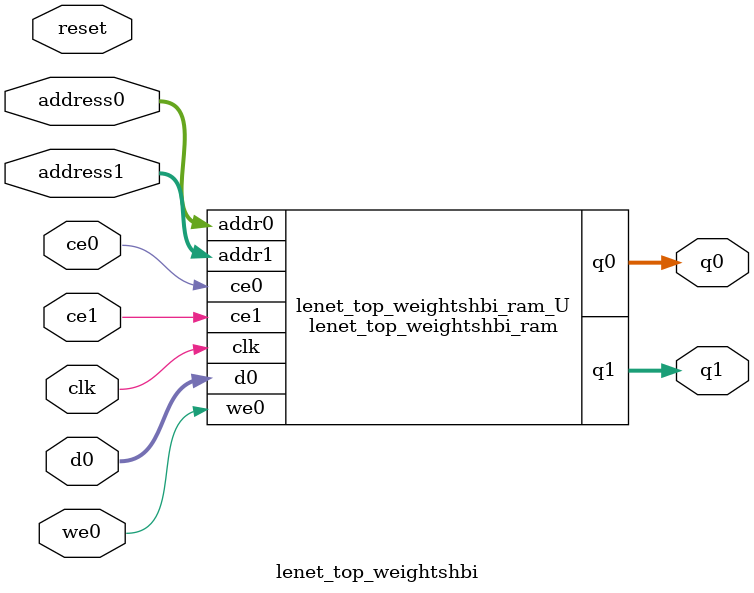
<source format=v>
`timescale 1 ns / 1 ps
module lenet_top_weightshbi_ram (addr0, ce0, d0, we0, q0, addr1, ce1, q1,  clk);

parameter DWIDTH = 32;
parameter AWIDTH = 12;
parameter MEM_SIZE = 2400;

input[AWIDTH-1:0] addr0;
input ce0;
input[DWIDTH-1:0] d0;
input we0;
output reg[DWIDTH-1:0] q0;
input[AWIDTH-1:0] addr1;
input ce1;
output reg[DWIDTH-1:0] q1;
input clk;

(* ram_style = "block" *)reg [DWIDTH-1:0] ram[0:MEM_SIZE-1];




always @(posedge clk)  
begin 
    if (ce0) 
    begin
        if (we0) 
        begin 
            ram[addr0] <= d0; 
        end 
        q0 <= ram[addr0];
    end
end


always @(posedge clk)  
begin 
    if (ce1) 
    begin
        q1 <= ram[addr1];
    end
end


endmodule

`timescale 1 ns / 1 ps
module lenet_top_weightshbi(
    reset,
    clk,
    address0,
    ce0,
    we0,
    d0,
    q0,
    address1,
    ce1,
    q1);

parameter DataWidth = 32'd32;
parameter AddressRange = 32'd2400;
parameter AddressWidth = 32'd12;
input reset;
input clk;
input[AddressWidth - 1:0] address0;
input ce0;
input we0;
input[DataWidth - 1:0] d0;
output[DataWidth - 1:0] q0;
input[AddressWidth - 1:0] address1;
input ce1;
output[DataWidth - 1:0] q1;



lenet_top_weightshbi_ram lenet_top_weightshbi_ram_U(
    .clk( clk ),
    .addr0( address0 ),
    .ce0( ce0 ),
    .we0( we0 ),
    .d0( d0 ),
    .q0( q0 ),
    .addr1( address1 ),
    .ce1( ce1 ),
    .q1( q1 ));

endmodule


</source>
